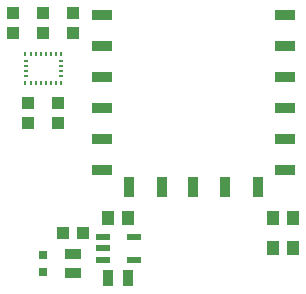
<source format=gbr>
G04 EAGLE Gerber X2 export*
%TF.Part,Single*%
%TF.FileFunction,Paste,Top*%
%TF.FilePolarity,Positive*%
%TF.GenerationSoftware,Autodesk,EAGLE,9.1.1*%
%TF.CreationDate,2018-08-02T16:49:24Z*%
G75*
%MOMM*%
%FSLAX34Y34*%
%LPD*%
%AMOC8*
5,1,8,0,0,1.08239X$1,22.5*%
G01*
%ADD10R,0.965200X1.447800*%
%ADD11R,1.447800X0.965200*%
%ADD12R,1.000000X1.100000*%
%ADD13R,0.800000X0.800000*%
%ADD14R,1.005600X1.199997*%
%ADD15R,1.778000X0.914400*%
%ADD16R,0.914400X1.778000*%
%ADD17R,0.270000X0.450000*%
%ADD18R,0.450000X0.270000*%
%ADD19R,1.200000X0.600000*%


D10*
X1147445Y406400D03*
X1163955Y406400D03*
D11*
X1117600Y410845D03*
X1117600Y427355D03*
D12*
X1066800Y613800D03*
X1066800Y630800D03*
X1104900Y554600D03*
X1104900Y537600D03*
X1079500Y554600D03*
X1079500Y537600D03*
X1092200Y613800D03*
X1092200Y630800D03*
X1117600Y613800D03*
X1117600Y630800D03*
D13*
X1092200Y426600D03*
X1092200Y411600D03*
D14*
X1147172Y457200D03*
X1164228Y457200D03*
X1286872Y431800D03*
X1303928Y431800D03*
X1286872Y457200D03*
X1303928Y457200D03*
D12*
X1126100Y444500D03*
X1109100Y444500D03*
D15*
X1141700Y550900D03*
X1141700Y603400D03*
X1141700Y524650D03*
X1141700Y577150D03*
X1141700Y629650D03*
X1141700Y498400D03*
X1296700Y577150D03*
X1296700Y550900D03*
X1296700Y524650D03*
X1296700Y603400D03*
X1296700Y629650D03*
X1296700Y498400D03*
D16*
X1164700Y483900D03*
X1192700Y483900D03*
X1219200Y483900D03*
X1245700Y483900D03*
X1273700Y483900D03*
D17*
X1107250Y571950D03*
D18*
X1106950Y577750D03*
X1106950Y582050D03*
X1106950Y586350D03*
X1106950Y590650D03*
D17*
X1107250Y596450D03*
X1102950Y596450D03*
X1098650Y596450D03*
X1094350Y596450D03*
X1090050Y596450D03*
X1085750Y596450D03*
X1081450Y596450D03*
X1077150Y596450D03*
D18*
X1077450Y590650D03*
X1077450Y586350D03*
X1077450Y582050D03*
X1077450Y577750D03*
D17*
X1077150Y571950D03*
X1081450Y571950D03*
X1085750Y571950D03*
X1090050Y571950D03*
X1094350Y571950D03*
X1098650Y571950D03*
X1102950Y571950D03*
D19*
X1168760Y441300D03*
X1168760Y422300D03*
X1142640Y441300D03*
X1142640Y431800D03*
X1142640Y422300D03*
M02*

</source>
